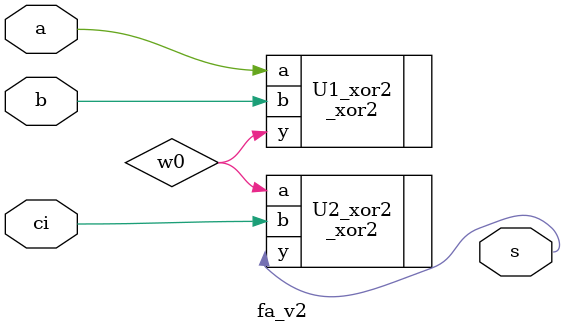
<source format=v>
module fa_v2(a,b,ci,s); // remove co
	input a,b,ci;
	output s;
	wire w0;
	
	_xor2 U1_xor2(.a(a),.b(b),.y(w0));
	_xor2 U2_xor2(.a(w0),.b(ci),.y(s));
endmodule
</source>
